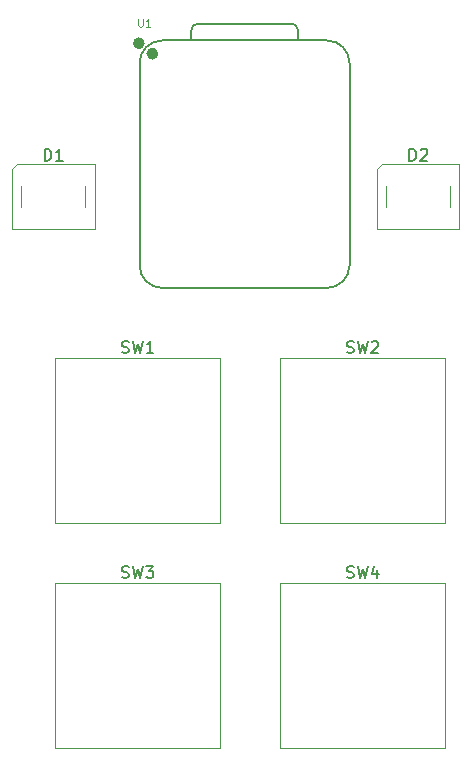
<source format=gbr>
%TF.GenerationSoftware,KiCad,Pcbnew,9.0.2*%
%TF.CreationDate,2025-06-25T23:30:19-04:00*%
%TF.ProjectId,_autosave-hack pad,5f617574-6f73-4617-9665-2d6861636b20,rev?*%
%TF.SameCoordinates,Original*%
%TF.FileFunction,Legend,Top*%
%TF.FilePolarity,Positive*%
%FSLAX46Y46*%
G04 Gerber Fmt 4.6, Leading zero omitted, Abs format (unit mm)*
G04 Created by KiCad (PCBNEW 9.0.2) date 2025-06-25 23:30:19*
%MOMM*%
%LPD*%
G01*
G04 APERTURE LIST*
%ADD10C,0.150000*%
%ADD11C,0.101600*%
%ADD12C,0.120000*%
%ADD13C,0.127000*%
%ADD14C,0.100000*%
%ADD15C,0.504000*%
G04 APERTURE END LIST*
D10*
X143922917Y-116358200D02*
X144065774Y-116405819D01*
X144065774Y-116405819D02*
X144303869Y-116405819D01*
X144303869Y-116405819D02*
X144399107Y-116358200D01*
X144399107Y-116358200D02*
X144446726Y-116310580D01*
X144446726Y-116310580D02*
X144494345Y-116215342D01*
X144494345Y-116215342D02*
X144494345Y-116120104D01*
X144494345Y-116120104D02*
X144446726Y-116024866D01*
X144446726Y-116024866D02*
X144399107Y-115977247D01*
X144399107Y-115977247D02*
X144303869Y-115929628D01*
X144303869Y-115929628D02*
X144113393Y-115882009D01*
X144113393Y-115882009D02*
X144018155Y-115834390D01*
X144018155Y-115834390D02*
X143970536Y-115786771D01*
X143970536Y-115786771D02*
X143922917Y-115691533D01*
X143922917Y-115691533D02*
X143922917Y-115596295D01*
X143922917Y-115596295D02*
X143970536Y-115501057D01*
X143970536Y-115501057D02*
X144018155Y-115453438D01*
X144018155Y-115453438D02*
X144113393Y-115405819D01*
X144113393Y-115405819D02*
X144351488Y-115405819D01*
X144351488Y-115405819D02*
X144494345Y-115453438D01*
X144827679Y-115405819D02*
X145065774Y-116405819D01*
X145065774Y-116405819D02*
X145256250Y-115691533D01*
X145256250Y-115691533D02*
X145446726Y-116405819D01*
X145446726Y-116405819D02*
X145684822Y-115405819D01*
X145970536Y-115405819D02*
X146589583Y-115405819D01*
X146589583Y-115405819D02*
X146256250Y-115786771D01*
X146256250Y-115786771D02*
X146399107Y-115786771D01*
X146399107Y-115786771D02*
X146494345Y-115834390D01*
X146494345Y-115834390D02*
X146541964Y-115882009D01*
X146541964Y-115882009D02*
X146589583Y-115977247D01*
X146589583Y-115977247D02*
X146589583Y-116215342D01*
X146589583Y-116215342D02*
X146541964Y-116310580D01*
X146541964Y-116310580D02*
X146494345Y-116358200D01*
X146494345Y-116358200D02*
X146399107Y-116405819D01*
X146399107Y-116405819D02*
X146113393Y-116405819D01*
X146113393Y-116405819D02*
X146018155Y-116358200D01*
X146018155Y-116358200D02*
X145970536Y-116310580D01*
X143922917Y-97308200D02*
X144065774Y-97355819D01*
X144065774Y-97355819D02*
X144303869Y-97355819D01*
X144303869Y-97355819D02*
X144399107Y-97308200D01*
X144399107Y-97308200D02*
X144446726Y-97260580D01*
X144446726Y-97260580D02*
X144494345Y-97165342D01*
X144494345Y-97165342D02*
X144494345Y-97070104D01*
X144494345Y-97070104D02*
X144446726Y-96974866D01*
X144446726Y-96974866D02*
X144399107Y-96927247D01*
X144399107Y-96927247D02*
X144303869Y-96879628D01*
X144303869Y-96879628D02*
X144113393Y-96832009D01*
X144113393Y-96832009D02*
X144018155Y-96784390D01*
X144018155Y-96784390D02*
X143970536Y-96736771D01*
X143970536Y-96736771D02*
X143922917Y-96641533D01*
X143922917Y-96641533D02*
X143922917Y-96546295D01*
X143922917Y-96546295D02*
X143970536Y-96451057D01*
X143970536Y-96451057D02*
X144018155Y-96403438D01*
X144018155Y-96403438D02*
X144113393Y-96355819D01*
X144113393Y-96355819D02*
X144351488Y-96355819D01*
X144351488Y-96355819D02*
X144494345Y-96403438D01*
X144827679Y-96355819D02*
X145065774Y-97355819D01*
X145065774Y-97355819D02*
X145256250Y-96641533D01*
X145256250Y-96641533D02*
X145446726Y-97355819D01*
X145446726Y-97355819D02*
X145684822Y-96355819D01*
X146589583Y-97355819D02*
X146018155Y-97355819D01*
X146303869Y-97355819D02*
X146303869Y-96355819D01*
X146303869Y-96355819D02*
X146208631Y-96498676D01*
X146208631Y-96498676D02*
X146113393Y-96593914D01*
X146113393Y-96593914D02*
X146018155Y-96641533D01*
X162972917Y-116358200D02*
X163115774Y-116405819D01*
X163115774Y-116405819D02*
X163353869Y-116405819D01*
X163353869Y-116405819D02*
X163449107Y-116358200D01*
X163449107Y-116358200D02*
X163496726Y-116310580D01*
X163496726Y-116310580D02*
X163544345Y-116215342D01*
X163544345Y-116215342D02*
X163544345Y-116120104D01*
X163544345Y-116120104D02*
X163496726Y-116024866D01*
X163496726Y-116024866D02*
X163449107Y-115977247D01*
X163449107Y-115977247D02*
X163353869Y-115929628D01*
X163353869Y-115929628D02*
X163163393Y-115882009D01*
X163163393Y-115882009D02*
X163068155Y-115834390D01*
X163068155Y-115834390D02*
X163020536Y-115786771D01*
X163020536Y-115786771D02*
X162972917Y-115691533D01*
X162972917Y-115691533D02*
X162972917Y-115596295D01*
X162972917Y-115596295D02*
X163020536Y-115501057D01*
X163020536Y-115501057D02*
X163068155Y-115453438D01*
X163068155Y-115453438D02*
X163163393Y-115405819D01*
X163163393Y-115405819D02*
X163401488Y-115405819D01*
X163401488Y-115405819D02*
X163544345Y-115453438D01*
X163877679Y-115405819D02*
X164115774Y-116405819D01*
X164115774Y-116405819D02*
X164306250Y-115691533D01*
X164306250Y-115691533D02*
X164496726Y-116405819D01*
X164496726Y-116405819D02*
X164734822Y-115405819D01*
X165544345Y-115739152D02*
X165544345Y-116405819D01*
X165306250Y-115358200D02*
X165068155Y-116072485D01*
X165068155Y-116072485D02*
X165687202Y-116072485D01*
X168261905Y-81079819D02*
X168261905Y-80079819D01*
X168261905Y-80079819D02*
X168500000Y-80079819D01*
X168500000Y-80079819D02*
X168642857Y-80127438D01*
X168642857Y-80127438D02*
X168738095Y-80222676D01*
X168738095Y-80222676D02*
X168785714Y-80317914D01*
X168785714Y-80317914D02*
X168833333Y-80508390D01*
X168833333Y-80508390D02*
X168833333Y-80651247D01*
X168833333Y-80651247D02*
X168785714Y-80841723D01*
X168785714Y-80841723D02*
X168738095Y-80936961D01*
X168738095Y-80936961D02*
X168642857Y-81032200D01*
X168642857Y-81032200D02*
X168500000Y-81079819D01*
X168500000Y-81079819D02*
X168261905Y-81079819D01*
X169214286Y-80175057D02*
X169261905Y-80127438D01*
X169261905Y-80127438D02*
X169357143Y-80079819D01*
X169357143Y-80079819D02*
X169595238Y-80079819D01*
X169595238Y-80079819D02*
X169690476Y-80127438D01*
X169690476Y-80127438D02*
X169738095Y-80175057D01*
X169738095Y-80175057D02*
X169785714Y-80270295D01*
X169785714Y-80270295D02*
X169785714Y-80365533D01*
X169785714Y-80365533D02*
X169738095Y-80508390D01*
X169738095Y-80508390D02*
X169166667Y-81079819D01*
X169166667Y-81079819D02*
X169785714Y-81079819D01*
X162972917Y-97308200D02*
X163115774Y-97355819D01*
X163115774Y-97355819D02*
X163353869Y-97355819D01*
X163353869Y-97355819D02*
X163449107Y-97308200D01*
X163449107Y-97308200D02*
X163496726Y-97260580D01*
X163496726Y-97260580D02*
X163544345Y-97165342D01*
X163544345Y-97165342D02*
X163544345Y-97070104D01*
X163544345Y-97070104D02*
X163496726Y-96974866D01*
X163496726Y-96974866D02*
X163449107Y-96927247D01*
X163449107Y-96927247D02*
X163353869Y-96879628D01*
X163353869Y-96879628D02*
X163163393Y-96832009D01*
X163163393Y-96832009D02*
X163068155Y-96784390D01*
X163068155Y-96784390D02*
X163020536Y-96736771D01*
X163020536Y-96736771D02*
X162972917Y-96641533D01*
X162972917Y-96641533D02*
X162972917Y-96546295D01*
X162972917Y-96546295D02*
X163020536Y-96451057D01*
X163020536Y-96451057D02*
X163068155Y-96403438D01*
X163068155Y-96403438D02*
X163163393Y-96355819D01*
X163163393Y-96355819D02*
X163401488Y-96355819D01*
X163401488Y-96355819D02*
X163544345Y-96403438D01*
X163877679Y-96355819D02*
X164115774Y-97355819D01*
X164115774Y-97355819D02*
X164306250Y-96641533D01*
X164306250Y-96641533D02*
X164496726Y-97355819D01*
X164496726Y-97355819D02*
X164734822Y-96355819D01*
X165068155Y-96451057D02*
X165115774Y-96403438D01*
X165115774Y-96403438D02*
X165211012Y-96355819D01*
X165211012Y-96355819D02*
X165449107Y-96355819D01*
X165449107Y-96355819D02*
X165544345Y-96403438D01*
X165544345Y-96403438D02*
X165591964Y-96451057D01*
X165591964Y-96451057D02*
X165639583Y-96546295D01*
X165639583Y-96546295D02*
X165639583Y-96641533D01*
X165639583Y-96641533D02*
X165591964Y-96784390D01*
X165591964Y-96784390D02*
X165020536Y-97355819D01*
X165020536Y-97355819D02*
X165639583Y-97355819D01*
D11*
X145321190Y-69092229D02*
X145321190Y-69606276D01*
X145321190Y-69606276D02*
X145351428Y-69666752D01*
X145351428Y-69666752D02*
X145381666Y-69696991D01*
X145381666Y-69696991D02*
X145442142Y-69727229D01*
X145442142Y-69727229D02*
X145563095Y-69727229D01*
X145563095Y-69727229D02*
X145623571Y-69696991D01*
X145623571Y-69696991D02*
X145653809Y-69666752D01*
X145653809Y-69666752D02*
X145684047Y-69606276D01*
X145684047Y-69606276D02*
X145684047Y-69092229D01*
X146319047Y-69727229D02*
X145956190Y-69727229D01*
X146137618Y-69727229D02*
X146137618Y-69092229D01*
X146137618Y-69092229D02*
X146077142Y-69182943D01*
X146077142Y-69182943D02*
X146016666Y-69243419D01*
X146016666Y-69243419D02*
X145956190Y-69273657D01*
D10*
X137374405Y-81079819D02*
X137374405Y-80079819D01*
X137374405Y-80079819D02*
X137612500Y-80079819D01*
X137612500Y-80079819D02*
X137755357Y-80127438D01*
X137755357Y-80127438D02*
X137850595Y-80222676D01*
X137850595Y-80222676D02*
X137898214Y-80317914D01*
X137898214Y-80317914D02*
X137945833Y-80508390D01*
X137945833Y-80508390D02*
X137945833Y-80651247D01*
X137945833Y-80651247D02*
X137898214Y-80841723D01*
X137898214Y-80841723D02*
X137850595Y-80936961D01*
X137850595Y-80936961D02*
X137755357Y-81032200D01*
X137755357Y-81032200D02*
X137612500Y-81079819D01*
X137612500Y-81079819D02*
X137374405Y-81079819D01*
X138898214Y-81079819D02*
X138326786Y-81079819D01*
X138612500Y-81079819D02*
X138612500Y-80079819D01*
X138612500Y-80079819D02*
X138517262Y-80222676D01*
X138517262Y-80222676D02*
X138422024Y-80317914D01*
X138422024Y-80317914D02*
X138326786Y-80365533D01*
D12*
%TO.C,SW3*%
X138271250Y-116840000D02*
X152241250Y-116840000D01*
X138271250Y-130810000D02*
X138271250Y-116840000D01*
X152241250Y-116840000D02*
X152241250Y-130810000D01*
X152241250Y-130810000D02*
X138271250Y-130810000D01*
%TO.C,SW1*%
X138271250Y-97790000D02*
X152241250Y-97790000D01*
X138271250Y-111760000D02*
X138271250Y-97790000D01*
X152241250Y-97790000D02*
X152241250Y-111760000D01*
X152241250Y-111760000D02*
X138271250Y-111760000D01*
%TO.C,SW4*%
X157321250Y-116840000D02*
X171291250Y-116840000D01*
X157321250Y-130810000D02*
X157321250Y-116840000D01*
X171291250Y-116840000D02*
X171291250Y-130810000D01*
X171291250Y-130810000D02*
X157321250Y-130810000D01*
%TO.C,D2*%
X165500000Y-81825000D02*
X165500000Y-86875000D01*
X165950000Y-81375000D02*
X165500000Y-81825000D01*
X166300000Y-83225000D02*
X166300000Y-85025000D01*
X171700000Y-83225000D02*
X171700000Y-85025000D01*
X172500000Y-81375000D02*
X165950000Y-81375000D01*
X172500000Y-86875000D02*
X165500000Y-86875000D01*
X172500000Y-86875000D02*
X172500000Y-81375000D01*
%TO.C,SW2*%
X157321250Y-97790000D02*
X171291250Y-97790000D01*
X157321250Y-111760000D02*
X157321250Y-97790000D01*
X171291250Y-97790000D02*
X171291250Y-111760000D01*
X171291250Y-111760000D02*
X157321250Y-111760000D01*
D13*
%TO.C,U1*%
X145415000Y-89947750D02*
X145415000Y-72802750D01*
X147320000Y-91852750D02*
X161290000Y-91852750D01*
X149810000Y-70897750D02*
X149813728Y-69987478D01*
X150313728Y-69487750D02*
X158309000Y-69487750D01*
X158809000Y-69987750D02*
X158809000Y-70897750D01*
D14*
X161290000Y-70897750D02*
X147320000Y-70897750D01*
D13*
X161290000Y-70897750D02*
X147320000Y-70897750D01*
X163195000Y-89947750D02*
X163195000Y-72802750D01*
X145415000Y-72802750D02*
G75*
G02*
X147320000Y-70897750I1905001J-1D01*
G01*
X147320000Y-91852750D02*
G75*
G02*
X145415000Y-89947750I1J1905001D01*
G01*
X149813728Y-69987478D02*
G75*
G02*
X150313728Y-69487751I500018J-291D01*
G01*
X158309000Y-69487750D02*
G75*
G02*
X158809000Y-69987750I0J-500000D01*
G01*
X161290000Y-70897750D02*
G75*
G02*
X163195000Y-72802750I0J-1905000D01*
G01*
X163195000Y-89947750D02*
G75*
G02*
X161290000Y-91852750I-1905000J0D01*
G01*
D15*
X145607000Y-71138750D02*
G75*
G02*
X145103000Y-71138750I-252000J0D01*
G01*
X145103000Y-71138750D02*
G75*
G02*
X145607000Y-71138750I252000J0D01*
G01*
X146750000Y-72018750D02*
G75*
G02*
X146246000Y-72018750I-252000J0D01*
G01*
X146246000Y-72018750D02*
G75*
G02*
X146750000Y-72018750I252000J0D01*
G01*
D12*
%TO.C,D1*%
X134612500Y-81825000D02*
X134612500Y-86875000D01*
X135062500Y-81375000D02*
X134612500Y-81825000D01*
X135412500Y-83225000D02*
X135412500Y-85025000D01*
X140812500Y-83225000D02*
X140812500Y-85025000D01*
X141612500Y-81375000D02*
X135062500Y-81375000D01*
X141612500Y-86875000D02*
X134612500Y-86875000D01*
X141612500Y-86875000D02*
X141612500Y-81375000D01*
%TD*%
M02*

</source>
